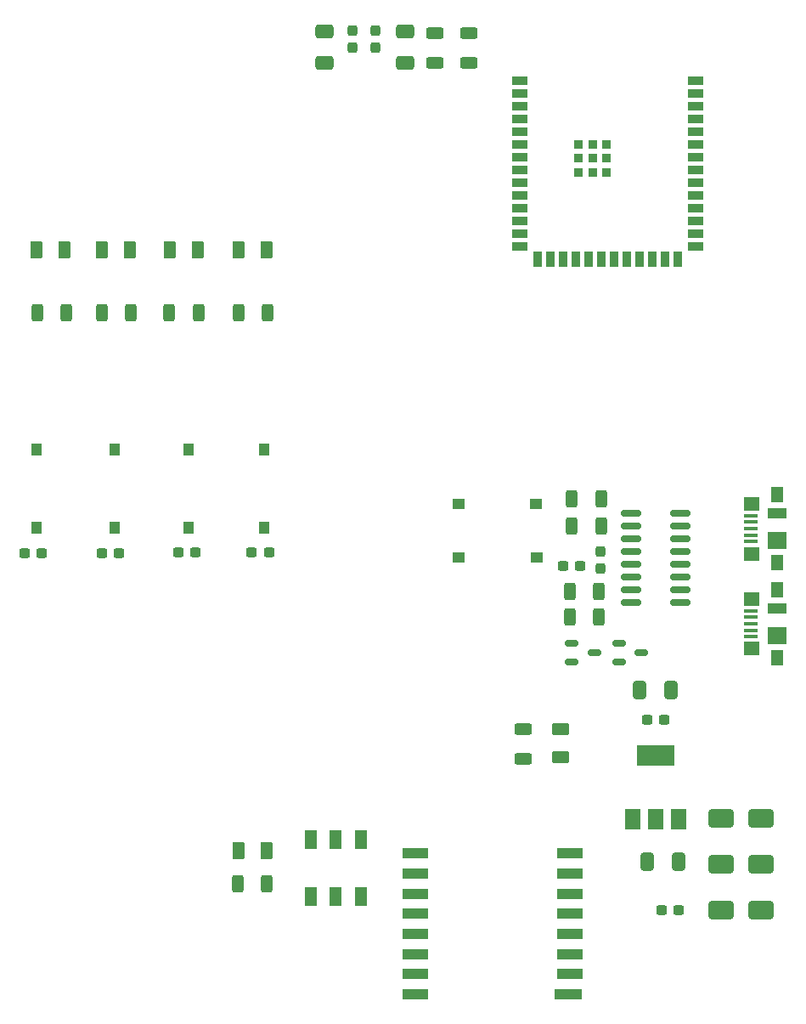
<source format=gbr>
%TF.GenerationSoftware,KiCad,Pcbnew,7.0.6*%
%TF.CreationDate,2024-04-06T15:27:50-05:00*%
%TF.ProjectId,ESP32_S3_DEVKIT_EL_V1,45535033-325f-4533-935f-4445564b4954,rev?*%
%TF.SameCoordinates,Original*%
%TF.FileFunction,Paste,Top*%
%TF.FilePolarity,Positive*%
%FSLAX46Y46*%
G04 Gerber Fmt 4.6, Leading zero omitted, Abs format (unit mm)*
G04 Created by KiCad (PCBNEW 7.0.6) date 2024-04-06 15:27:50*
%MOMM*%
%LPD*%
G01*
G04 APERTURE LIST*
G04 Aperture macros list*
%AMRoundRect*
0 Rectangle with rounded corners*
0 $1 Rounding radius*
0 $2 $3 $4 $5 $6 $7 $8 $9 X,Y pos of 4 corners*
0 Add a 4 corners polygon primitive as box body*
4,1,4,$2,$3,$4,$5,$6,$7,$8,$9,$2,$3,0*
0 Add four circle primitives for the rounded corners*
1,1,$1+$1,$2,$3*
1,1,$1+$1,$4,$5*
1,1,$1+$1,$6,$7*
1,1,$1+$1,$8,$9*
0 Add four rect primitives between the rounded corners*
20,1,$1+$1,$2,$3,$4,$5,0*
20,1,$1+$1,$4,$5,$6,$7,0*
20,1,$1+$1,$6,$7,$8,$9,0*
20,1,$1+$1,$8,$9,$2,$3,0*%
G04 Aperture macros list end*
%ADD10RoundRect,0.150000X-0.825000X-0.150000X0.825000X-0.150000X0.825000X0.150000X-0.825000X0.150000X0*%
%ADD11RoundRect,0.237500X0.300000X0.237500X-0.300000X0.237500X-0.300000X-0.237500X0.300000X-0.237500X0*%
%ADD12RoundRect,0.250000X0.412500X0.650000X-0.412500X0.650000X-0.412500X-0.650000X0.412500X-0.650000X0*%
%ADD13RoundRect,0.250000X0.375000X0.625000X-0.375000X0.625000X-0.375000X-0.625000X0.375000X-0.625000X0*%
%ADD14RoundRect,0.250000X-1.000000X-0.650000X1.000000X-0.650000X1.000000X0.650000X-1.000000X0.650000X0*%
%ADD15R,1.250000X1.000000*%
%ADD16R,1.000000X1.250000*%
%ADD17RoundRect,0.250000X-0.312500X-0.625000X0.312500X-0.625000X0.312500X0.625000X-0.312500X0.625000X0*%
%ADD18R,2.800000X1.100000*%
%ADD19R,2.600000X1.100000*%
%ADD20RoundRect,0.250000X-0.625000X0.312500X-0.625000X-0.312500X0.625000X-0.312500X0.625000X0.312500X0*%
%ADD21RoundRect,0.237500X0.237500X-0.300000X0.237500X0.300000X-0.237500X0.300000X-0.237500X-0.300000X0*%
%ADD22R,1.380000X0.450000*%
%ADD23R,1.300000X1.650000*%
%ADD24R,1.550000X1.425000*%
%ADD25R,1.900000X1.800000*%
%ADD26R,1.900000X1.000000*%
%ADD27RoundRect,0.237500X-0.300000X-0.237500X0.300000X-0.237500X0.300000X0.237500X-0.300000X0.237500X0*%
%ADD28RoundRect,0.150000X-0.512500X-0.150000X0.512500X-0.150000X0.512500X0.150000X-0.512500X0.150000X0*%
%ADD29RoundRect,0.237500X-0.237500X0.300000X-0.237500X-0.300000X0.237500X-0.300000X0.237500X0.300000X0*%
%ADD30RoundRect,0.250000X0.312500X0.625000X-0.312500X0.625000X-0.312500X-0.625000X0.312500X-0.625000X0*%
%ADD31RoundRect,0.250000X0.625000X-0.312500X0.625000X0.312500X-0.625000X0.312500X-0.625000X-0.312500X0*%
%ADD32R,1.500000X2.000000*%
%ADD33R,3.800000X2.000000*%
%ADD34RoundRect,0.250000X0.625000X-0.375000X0.625000X0.375000X-0.625000X0.375000X-0.625000X-0.375000X0*%
%ADD35R,1.500000X0.900000*%
%ADD36R,0.900000X1.500000*%
%ADD37R,0.900000X0.900000*%
%ADD38RoundRect,0.250000X-0.650000X0.412500X-0.650000X-0.412500X0.650000X-0.412500X0.650000X0.412500X0*%
%ADD39RoundRect,0.250000X0.650000X-0.412500X0.650000X0.412500X-0.650000X0.412500X-0.650000X-0.412500X0*%
%ADD40R,1.200000X1.950000*%
G04 APERTURE END LIST*
D10*
%TO.C,U1*%
X82720000Y-50160000D03*
X82720000Y-51430000D03*
X82720000Y-52700000D03*
X82720000Y-53970000D03*
X82720000Y-55240000D03*
X82720000Y-56510000D03*
X82720000Y-57780000D03*
X82720000Y-59050000D03*
X87670000Y-59050000D03*
X87670000Y-57780000D03*
X87670000Y-56510000D03*
X87670000Y-55240000D03*
X87670000Y-53970000D03*
X87670000Y-52700000D03*
X87670000Y-51430000D03*
X87670000Y-50160000D03*
%TD*%
D11*
%TO.C,C11*%
X86040000Y-70770000D03*
X84315000Y-70770000D03*
%TD*%
D12*
%TO.C,C9*%
X87462500Y-84900000D03*
X84337500Y-84900000D03*
%TD*%
D11*
%TO.C,C10*%
X87462500Y-89700000D03*
X85737500Y-89700000D03*
%TD*%
D12*
%TO.C,C12*%
X86670000Y-67800000D03*
X83545000Y-67800000D03*
%TD*%
D11*
%TO.C,C5*%
X23995000Y-54175000D03*
X22270000Y-54175000D03*
%TD*%
%TO.C,C6*%
X31700000Y-54165000D03*
X29975000Y-54165000D03*
%TD*%
D13*
%TO.C,LED 3*%
X39510000Y-23920000D03*
X36710000Y-23920000D03*
%TD*%
D14*
%TO.C,D13*%
X91680000Y-89710000D03*
X95680000Y-89710000D03*
%TD*%
D15*
%TO.C,BOOT*%
X65525000Y-49300000D03*
X73275000Y-49300000D03*
%TD*%
D13*
%TO.C,D1*%
X46400000Y-83800000D03*
X43600000Y-83800000D03*
%TD*%
D16*
%TO.C,BT4*%
X46170000Y-43845000D03*
X46170000Y-51595000D03*
%TD*%
D17*
%TO.C,R2*%
X76835000Y-48730000D03*
X79760000Y-48730000D03*
%TD*%
D18*
%TO.C,U4*%
X76500000Y-98100000D03*
D19*
X76600000Y-96100000D03*
X76600000Y-94100000D03*
X76600000Y-92100000D03*
X76600000Y-90100000D03*
X76600000Y-88100000D03*
X76600000Y-86100000D03*
X76600000Y-84100000D03*
X61200000Y-84100000D03*
X61200000Y-86100000D03*
X61200000Y-88100000D03*
X61200000Y-90100000D03*
X61200000Y-92100000D03*
X61200000Y-94100000D03*
X61200000Y-96100000D03*
X61200000Y-98100000D03*
%TD*%
D20*
%TO.C,R14*%
X72000000Y-71737500D03*
X72000000Y-74662500D03*
%TD*%
D11*
%TO.C,C8*%
X46635000Y-54095000D03*
X44910000Y-54095000D03*
%TD*%
D20*
%TO.C,R4*%
X66595000Y-2400000D03*
X66595000Y-5325000D03*
%TD*%
D13*
%TO.C,LED 1*%
X26230000Y-23910000D03*
X23430000Y-23910000D03*
%TD*%
D17*
%TO.C,R3*%
X43497500Y-87140000D03*
X46422500Y-87140000D03*
%TD*%
D21*
%TO.C,C14*%
X57275000Y-3822500D03*
X57275000Y-2097500D03*
%TD*%
D16*
%TO.C,BT2*%
X31230000Y-43845000D03*
X31230000Y-51595000D03*
%TD*%
D22*
%TO.C,J8*%
X94650000Y-62500000D03*
X94650000Y-61850000D03*
X94650000Y-61200000D03*
X94650000Y-60550000D03*
X94650000Y-59900000D03*
D23*
X97310000Y-64575000D03*
D24*
X94735000Y-63687500D03*
D25*
X97310000Y-62350000D03*
D26*
X97310000Y-59650000D03*
D24*
X94735000Y-58712500D03*
D23*
X97310000Y-57825000D03*
%TD*%
D17*
%TO.C,R8*%
X23515000Y-30200000D03*
X26440000Y-30200000D03*
%TD*%
%TO.C,R12*%
X76600000Y-57960000D03*
X79525000Y-57960000D03*
%TD*%
D27*
%TO.C,C13*%
X75940000Y-55410000D03*
X77665000Y-55410000D03*
%TD*%
D14*
%TO.C,D11*%
X91680000Y-80610000D03*
X95680000Y-80610000D03*
%TD*%
D28*
%TO.C,Q2*%
X76830000Y-63120000D03*
X76830000Y-65020000D03*
X79105000Y-64070000D03*
%TD*%
D17*
%TO.C,R11*%
X43577500Y-30200000D03*
X46502500Y-30200000D03*
%TD*%
D29*
%TO.C,C3*%
X54925000Y-2100000D03*
X54925000Y-3825000D03*
%TD*%
D15*
%TO.C,RESET*%
X65550000Y-54600000D03*
X73300000Y-54600000D03*
%TD*%
D30*
%TO.C,R1*%
X79732500Y-51440000D03*
X76807500Y-51440000D03*
%TD*%
%TO.C,R13*%
X79535000Y-60550000D03*
X76610000Y-60550000D03*
%TD*%
D31*
%TO.C,R7*%
X63185000Y-5305000D03*
X63185000Y-2380000D03*
%TD*%
D28*
%TO.C,Q3*%
X81500000Y-63150000D03*
X81500000Y-65050000D03*
X83775000Y-64100000D03*
%TD*%
D14*
%TO.C,D12*%
X91690000Y-85140000D03*
X95690000Y-85140000D03*
%TD*%
D32*
%TO.C,U3*%
X82890000Y-80660000D03*
X85190000Y-80660000D03*
D33*
X85190000Y-74360000D03*
D32*
X87490000Y-80660000D03*
%TD*%
D17*
%TO.C,R9*%
X29937500Y-30200000D03*
X32862500Y-30200000D03*
%TD*%
D13*
%TO.C,LED 4*%
X46420000Y-23920000D03*
X43620000Y-23920000D03*
%TD*%
D34*
%TO.C,D14*%
X75700000Y-74500000D03*
X75700000Y-71700000D03*
%TD*%
D16*
%TO.C,BT1*%
X23490000Y-43855000D03*
X23490000Y-51605000D03*
%TD*%
D29*
%TO.C,C1*%
X79670000Y-53967500D03*
X79670000Y-55692500D03*
%TD*%
D35*
%TO.C,U2*%
X71630000Y-7120000D03*
X71630000Y-8390000D03*
X71630000Y-9660000D03*
X71630000Y-10930000D03*
X71630000Y-12200000D03*
X71630000Y-13470000D03*
X71630000Y-14740000D03*
X71630000Y-16010000D03*
X71630000Y-17280000D03*
X71630000Y-18550000D03*
X71630000Y-19820000D03*
X71630000Y-21090000D03*
X71630000Y-22360000D03*
X71630000Y-23630000D03*
D36*
X73395000Y-24880000D03*
X74665000Y-24880000D03*
X75935000Y-24880000D03*
X77205000Y-24880000D03*
X78475000Y-24880000D03*
X79745000Y-24880000D03*
X81015000Y-24880000D03*
X82285000Y-24880000D03*
X83555000Y-24880000D03*
X84825000Y-24880000D03*
X86095000Y-24880000D03*
X87365000Y-24880000D03*
D35*
X89130000Y-23630000D03*
X89130000Y-22360000D03*
X89130000Y-21090000D03*
X89130000Y-19820000D03*
X89130000Y-18550000D03*
X89130000Y-17280000D03*
X89130000Y-16010000D03*
X89130000Y-14740000D03*
X89130000Y-13470000D03*
X89130000Y-12200000D03*
X89130000Y-10930000D03*
X89130000Y-9660000D03*
X89130000Y-8390000D03*
X89130000Y-7120000D03*
D37*
X77480000Y-13440000D03*
X77480000Y-14840000D03*
X77480000Y-16240000D03*
X77480000Y-16240000D03*
X78880000Y-13440000D03*
X78880000Y-13440000D03*
X78880000Y-14840000D03*
X78880000Y-16240000D03*
X80280000Y-13440000D03*
X80280000Y-14840000D03*
X80280000Y-16240000D03*
%TD*%
D16*
%TO.C,BT3*%
X38600000Y-43850000D03*
X38600000Y-51600000D03*
%TD*%
D22*
%TO.C,J2*%
X94670000Y-53030000D03*
X94670000Y-52380000D03*
X94670000Y-51730000D03*
X94670000Y-51080000D03*
X94670000Y-50430000D03*
D23*
X97330000Y-55105000D03*
D24*
X94755000Y-54217500D03*
D25*
X97330000Y-52880000D03*
D26*
X97330000Y-50180000D03*
D24*
X94755000Y-49242500D03*
D23*
X97330000Y-48355000D03*
%TD*%
D11*
%TO.C,C7*%
X39315000Y-54095000D03*
X37590000Y-54095000D03*
%TD*%
D38*
%TO.C,C2*%
X52195000Y-2160000D03*
X52195000Y-5285000D03*
%TD*%
D39*
%TO.C,C4*%
X60225000Y-5305000D03*
X60225000Y-2180000D03*
%TD*%
D17*
%TO.C,R10*%
X36667500Y-30200000D03*
X39592500Y-30200000D03*
%TD*%
D13*
%TO.C,LED 2*%
X32790000Y-23930000D03*
X29990000Y-23930000D03*
%TD*%
D40*
%TO.C,SWITCH LORA*%
X55800000Y-88350000D03*
X53300000Y-88350000D03*
X50800000Y-88350000D03*
X55800000Y-82700000D03*
X53300000Y-82700000D03*
X50800000Y-82700000D03*
%TD*%
M02*

</source>
